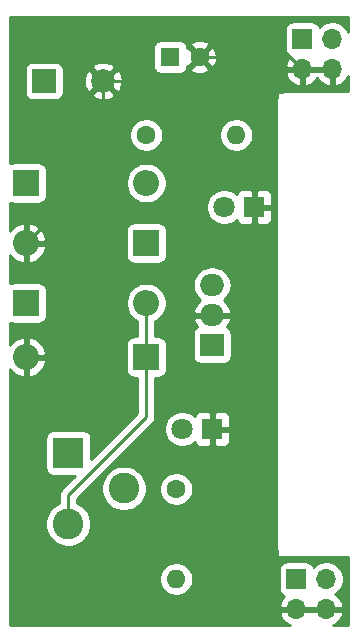
<source format=gbl>
G04 #@! TF.GenerationSoftware,KiCad,Pcbnew,(5.1.5)-3*
G04 #@! TF.CreationDate,2020-04-25T12:46:16+05:30*
G04 #@! TF.ProjectId,bread power supply schematic,62726561-6420-4706-9f77-657220737570,rev?*
G04 #@! TF.SameCoordinates,Original*
G04 #@! TF.FileFunction,Copper,L2,Bot*
G04 #@! TF.FilePolarity,Positive*
%FSLAX46Y46*%
G04 Gerber Fmt 4.6, Leading zero omitted, Abs format (unit mm)*
G04 Created by KiCad (PCBNEW (5.1.5)-3) date 2020-04-25 12:46:16*
%MOMM*%
%LPD*%
G04 APERTURE LIST*
%ADD10R,2.000000X2.000000*%
%ADD11C,2.000000*%
%ADD12R,1.600000X1.600000*%
%ADD13C,1.600000*%
%ADD14R,2.200000X2.200000*%
%ADD15O,2.200000X2.200000*%
%ADD16C,1.800000*%
%ADD17R,1.800000X1.800000*%
%ADD18R,2.600000X2.600000*%
%ADD19C,2.600000*%
%ADD20O,1.700000X1.700000*%
%ADD21R,1.700000X1.700000*%
%ADD22O,1.600000X1.600000*%
%ADD23R,2.000000X1.905000*%
%ADD24O,2.000000X1.905000*%
%ADD25C,0.250000*%
%ADD26C,0.254000*%
G04 APERTURE END LIST*
D10*
X119888000Y-124968000D03*
D11*
X124888000Y-124968000D03*
D12*
X130556000Y-122936000D03*
D13*
X133056000Y-122936000D03*
D14*
X118364000Y-133604000D03*
D15*
X128524000Y-133604000D03*
X118364000Y-138684000D03*
D14*
X128524000Y-138684000D03*
X118364000Y-143764000D03*
D15*
X128524000Y-143764000D03*
X118364000Y-148336000D03*
D14*
X128524000Y-148336000D03*
D16*
X135128000Y-135636000D03*
D17*
X137668000Y-135636000D03*
X134112000Y-154432000D03*
D16*
X131572000Y-154432000D03*
D18*
X121920000Y-156464000D03*
D19*
X121920000Y-162464000D03*
X126620000Y-159464000D03*
D20*
X143764000Y-169672000D03*
X141224000Y-169672000D03*
X143764000Y-167132000D03*
D21*
X141224000Y-167132000D03*
X141732000Y-121412000D03*
D20*
X144272000Y-121412000D03*
X141732000Y-123952000D03*
X144272000Y-123952000D03*
D22*
X136144000Y-129540000D03*
D13*
X128524000Y-129540000D03*
X131064000Y-159512000D03*
D22*
X131064000Y-167132000D03*
D23*
X134112000Y-147320000D03*
D24*
X134112000Y-144780000D03*
X134112000Y-142240000D03*
D25*
X143764000Y-169672000D02*
X141224000Y-169672000D01*
X141732000Y-123952000D02*
X144272000Y-123952000D01*
X124888000Y-124968000D02*
X131024000Y-124968000D01*
X131024000Y-124968000D02*
X133056000Y-122936000D01*
X124888000Y-124968000D02*
X124888000Y-132160000D01*
X124888000Y-132160000D02*
X118364000Y-138684000D01*
X118364000Y-148336000D02*
X120396000Y-148336000D01*
X124888000Y-143844000D02*
X124888000Y-132160000D01*
X120396000Y-148336000D02*
X124888000Y-143844000D01*
X133056000Y-122936000D02*
X140716000Y-122936000D01*
X140716000Y-122936000D02*
X141732000Y-123952000D01*
X141224000Y-169672000D02*
X139192000Y-169672000D01*
X134112000Y-164592000D02*
X134112000Y-154432000D01*
X139192000Y-169672000D02*
X134112000Y-164592000D01*
X134112000Y-144780000D02*
X135636000Y-144780000D01*
X137668000Y-142748000D02*
X137668000Y-133604000D01*
X135636000Y-144780000D02*
X137668000Y-142748000D01*
X137668000Y-133604000D02*
X137668000Y-126492000D01*
X140208000Y-123952000D02*
X141732000Y-123952000D01*
X137668000Y-126492000D02*
X140208000Y-123952000D01*
X121920000Y-162464000D02*
X121920000Y-160020000D01*
X128524000Y-153416000D02*
X128524000Y-148336000D01*
X121920000Y-160020000D02*
X128524000Y-153416000D01*
X128524000Y-148336000D02*
X128524000Y-143764000D01*
D26*
G36*
X145644001Y-120843812D02*
G01*
X145587990Y-120708589D01*
X145425475Y-120465368D01*
X145218632Y-120258525D01*
X144975411Y-120096010D01*
X144705158Y-119984068D01*
X144418260Y-119927000D01*
X144125740Y-119927000D01*
X143838842Y-119984068D01*
X143568589Y-120096010D01*
X143325368Y-120258525D01*
X143193513Y-120390380D01*
X143171502Y-120317820D01*
X143112537Y-120207506D01*
X143033185Y-120110815D01*
X142936494Y-120031463D01*
X142826180Y-119972498D01*
X142706482Y-119936188D01*
X142582000Y-119923928D01*
X140882000Y-119923928D01*
X140757518Y-119936188D01*
X140637820Y-119972498D01*
X140527506Y-120031463D01*
X140430815Y-120110815D01*
X140351463Y-120207506D01*
X140292498Y-120317820D01*
X140256188Y-120437518D01*
X140243928Y-120562000D01*
X140243928Y-122262000D01*
X140256188Y-122386482D01*
X140292498Y-122506180D01*
X140351463Y-122616494D01*
X140430815Y-122713185D01*
X140527506Y-122792537D01*
X140637820Y-122851502D01*
X140718466Y-122875966D01*
X140634412Y-122951731D01*
X140460359Y-123185080D01*
X140335175Y-123447901D01*
X140290524Y-123595110D01*
X140411845Y-123825000D01*
X141605000Y-123825000D01*
X141605000Y-123805000D01*
X141859000Y-123805000D01*
X141859000Y-123825000D01*
X144145000Y-123825000D01*
X144145000Y-123805000D01*
X144399000Y-123805000D01*
X144399000Y-123825000D01*
X144419000Y-123825000D01*
X144419000Y-124079000D01*
X144399000Y-124079000D01*
X144399000Y-125272814D01*
X144628891Y-125393481D01*
X144903252Y-125296157D01*
X145153355Y-125147178D01*
X145369588Y-124952269D01*
X145543641Y-124718920D01*
X145644000Y-124508218D01*
X145644000Y-125832000D01*
X140240419Y-125832000D01*
X140208000Y-125828807D01*
X140175581Y-125832000D01*
X140078617Y-125841550D01*
X140027686Y-125857000D01*
X139700000Y-125857000D01*
X139675224Y-125859440D01*
X139651399Y-125866667D01*
X139629443Y-125878403D01*
X139610197Y-125894197D01*
X139594403Y-125913443D01*
X139582667Y-125935399D01*
X139575440Y-125959224D01*
X139573081Y-125988533D01*
X139583398Y-126277409D01*
X139557550Y-126362617D01*
X139544807Y-126492000D01*
X139548001Y-126524429D01*
X139548000Y-164559581D01*
X139544807Y-164592000D01*
X139557550Y-164721383D01*
X139573000Y-164772314D01*
X139573000Y-165100000D01*
X139575440Y-165124776D01*
X139582667Y-165148601D01*
X139594403Y-165170557D01*
X139610197Y-165189803D01*
X139629443Y-165205597D01*
X139651399Y-165217333D01*
X139675224Y-165224560D01*
X139700000Y-165227000D01*
X140027686Y-165227000D01*
X140078617Y-165242450D01*
X140208000Y-165255193D01*
X140240419Y-165252000D01*
X145644001Y-165252000D01*
X145644000Y-171044000D01*
X144316761Y-171044000D01*
X144395252Y-171016157D01*
X144645355Y-170867178D01*
X144861588Y-170672269D01*
X145035641Y-170438920D01*
X145160825Y-170176099D01*
X145205476Y-170028890D01*
X145084155Y-169799000D01*
X143891000Y-169799000D01*
X143891000Y-169819000D01*
X143637000Y-169819000D01*
X143637000Y-169799000D01*
X141351000Y-169799000D01*
X141351000Y-169819000D01*
X141097000Y-169819000D01*
X141097000Y-169799000D01*
X139903845Y-169799000D01*
X139782524Y-170028890D01*
X139827175Y-170176099D01*
X139952359Y-170438920D01*
X140126412Y-170672269D01*
X140342645Y-170867178D01*
X140592748Y-171016157D01*
X140671239Y-171044000D01*
X116992000Y-171044000D01*
X116992000Y-166990665D01*
X129629000Y-166990665D01*
X129629000Y-167273335D01*
X129684147Y-167550574D01*
X129792320Y-167811727D01*
X129949363Y-168046759D01*
X130149241Y-168246637D01*
X130384273Y-168403680D01*
X130645426Y-168511853D01*
X130922665Y-168567000D01*
X131205335Y-168567000D01*
X131482574Y-168511853D01*
X131743727Y-168403680D01*
X131978759Y-168246637D01*
X132178637Y-168046759D01*
X132335680Y-167811727D01*
X132443853Y-167550574D01*
X132499000Y-167273335D01*
X132499000Y-166990665D01*
X132443853Y-166713426D01*
X132335680Y-166452273D01*
X132221908Y-166282000D01*
X139735928Y-166282000D01*
X139735928Y-167982000D01*
X139748188Y-168106482D01*
X139784498Y-168226180D01*
X139843463Y-168336494D01*
X139922815Y-168433185D01*
X140019506Y-168512537D01*
X140129820Y-168571502D01*
X140210466Y-168595966D01*
X140126412Y-168671731D01*
X139952359Y-168905080D01*
X139827175Y-169167901D01*
X139782524Y-169315110D01*
X139903845Y-169545000D01*
X141097000Y-169545000D01*
X141097000Y-169525000D01*
X141351000Y-169525000D01*
X141351000Y-169545000D01*
X143637000Y-169545000D01*
X143637000Y-169525000D01*
X143891000Y-169525000D01*
X143891000Y-169545000D01*
X145084155Y-169545000D01*
X145205476Y-169315110D01*
X145160825Y-169167901D01*
X145035641Y-168905080D01*
X144861588Y-168671731D01*
X144645355Y-168476822D01*
X144528466Y-168407195D01*
X144710632Y-168285475D01*
X144917475Y-168078632D01*
X145079990Y-167835411D01*
X145191932Y-167565158D01*
X145249000Y-167278260D01*
X145249000Y-166985740D01*
X145191932Y-166698842D01*
X145079990Y-166428589D01*
X144917475Y-166185368D01*
X144710632Y-165978525D01*
X144467411Y-165816010D01*
X144197158Y-165704068D01*
X143910260Y-165647000D01*
X143617740Y-165647000D01*
X143330842Y-165704068D01*
X143060589Y-165816010D01*
X142817368Y-165978525D01*
X142685513Y-166110380D01*
X142663502Y-166037820D01*
X142604537Y-165927506D01*
X142525185Y-165830815D01*
X142428494Y-165751463D01*
X142318180Y-165692498D01*
X142198482Y-165656188D01*
X142074000Y-165643928D01*
X140374000Y-165643928D01*
X140249518Y-165656188D01*
X140129820Y-165692498D01*
X140019506Y-165751463D01*
X139922815Y-165830815D01*
X139843463Y-165927506D01*
X139784498Y-166037820D01*
X139748188Y-166157518D01*
X139735928Y-166282000D01*
X132221908Y-166282000D01*
X132178637Y-166217241D01*
X131978759Y-166017363D01*
X131743727Y-165860320D01*
X131482574Y-165752147D01*
X131205335Y-165697000D01*
X130922665Y-165697000D01*
X130645426Y-165752147D01*
X130384273Y-165860320D01*
X130149241Y-166017363D01*
X129949363Y-166217241D01*
X129792320Y-166452273D01*
X129684147Y-166713426D01*
X129629000Y-166990665D01*
X116992000Y-166990665D01*
X116992000Y-155164000D01*
X119981928Y-155164000D01*
X119981928Y-157764000D01*
X119994188Y-157888482D01*
X120030498Y-158008180D01*
X120089463Y-158118494D01*
X120168815Y-158215185D01*
X120265506Y-158294537D01*
X120375820Y-158353502D01*
X120495518Y-158389812D01*
X120620000Y-158402072D01*
X122463127Y-158402072D01*
X121408998Y-159456201D01*
X121380000Y-159479999D01*
X121356202Y-159508997D01*
X121356201Y-159508998D01*
X121285026Y-159595724D01*
X121214454Y-159727754D01*
X121170998Y-159871015D01*
X121156324Y-160020000D01*
X121160001Y-160057332D01*
X121160001Y-160684373D01*
X121003434Y-160749225D01*
X120686509Y-160960987D01*
X120416987Y-161230509D01*
X120205225Y-161547434D01*
X120059361Y-161899581D01*
X119985000Y-162273419D01*
X119985000Y-162654581D01*
X120059361Y-163028419D01*
X120205225Y-163380566D01*
X120416987Y-163697491D01*
X120686509Y-163967013D01*
X121003434Y-164178775D01*
X121355581Y-164324639D01*
X121729419Y-164399000D01*
X122110581Y-164399000D01*
X122484419Y-164324639D01*
X122836566Y-164178775D01*
X123153491Y-163967013D01*
X123423013Y-163697491D01*
X123634775Y-163380566D01*
X123780639Y-163028419D01*
X123855000Y-162654581D01*
X123855000Y-162273419D01*
X123780639Y-161899581D01*
X123634775Y-161547434D01*
X123423013Y-161230509D01*
X123153491Y-160960987D01*
X122836566Y-160749225D01*
X122680000Y-160684373D01*
X122680000Y-160334801D01*
X123741382Y-159273419D01*
X124685000Y-159273419D01*
X124685000Y-159654581D01*
X124759361Y-160028419D01*
X124905225Y-160380566D01*
X125116987Y-160697491D01*
X125386509Y-160967013D01*
X125703434Y-161178775D01*
X126055581Y-161324639D01*
X126429419Y-161399000D01*
X126810581Y-161399000D01*
X127184419Y-161324639D01*
X127536566Y-161178775D01*
X127853491Y-160967013D01*
X128123013Y-160697491D01*
X128334775Y-160380566D01*
X128480639Y-160028419D01*
X128555000Y-159654581D01*
X128555000Y-159370665D01*
X129629000Y-159370665D01*
X129629000Y-159653335D01*
X129684147Y-159930574D01*
X129792320Y-160191727D01*
X129949363Y-160426759D01*
X130149241Y-160626637D01*
X130384273Y-160783680D01*
X130645426Y-160891853D01*
X130922665Y-160947000D01*
X131205335Y-160947000D01*
X131482574Y-160891853D01*
X131743727Y-160783680D01*
X131978759Y-160626637D01*
X132178637Y-160426759D01*
X132335680Y-160191727D01*
X132443853Y-159930574D01*
X132499000Y-159653335D01*
X132499000Y-159370665D01*
X132443853Y-159093426D01*
X132335680Y-158832273D01*
X132178637Y-158597241D01*
X131978759Y-158397363D01*
X131743727Y-158240320D01*
X131482574Y-158132147D01*
X131205335Y-158077000D01*
X130922665Y-158077000D01*
X130645426Y-158132147D01*
X130384273Y-158240320D01*
X130149241Y-158397363D01*
X129949363Y-158597241D01*
X129792320Y-158832273D01*
X129684147Y-159093426D01*
X129629000Y-159370665D01*
X128555000Y-159370665D01*
X128555000Y-159273419D01*
X128480639Y-158899581D01*
X128334775Y-158547434D01*
X128123013Y-158230509D01*
X127853491Y-157960987D01*
X127536566Y-157749225D01*
X127184419Y-157603361D01*
X126810581Y-157529000D01*
X126429419Y-157529000D01*
X126055581Y-157603361D01*
X125703434Y-157749225D01*
X125386509Y-157960987D01*
X125116987Y-158230509D01*
X124905225Y-158547434D01*
X124759361Y-158899581D01*
X124685000Y-159273419D01*
X123741382Y-159273419D01*
X128733985Y-154280816D01*
X130037000Y-154280816D01*
X130037000Y-154583184D01*
X130095989Y-154879743D01*
X130211701Y-155159095D01*
X130379688Y-155410505D01*
X130593495Y-155624312D01*
X130844905Y-155792299D01*
X131124257Y-155908011D01*
X131420816Y-155967000D01*
X131723184Y-155967000D01*
X132019743Y-155908011D01*
X132299095Y-155792299D01*
X132550505Y-155624312D01*
X132616944Y-155557873D01*
X132622498Y-155576180D01*
X132681463Y-155686494D01*
X132760815Y-155783185D01*
X132857506Y-155862537D01*
X132967820Y-155921502D01*
X133087518Y-155957812D01*
X133212000Y-155970072D01*
X133826250Y-155967000D01*
X133985000Y-155808250D01*
X133985000Y-154559000D01*
X134239000Y-154559000D01*
X134239000Y-155808250D01*
X134397750Y-155967000D01*
X135012000Y-155970072D01*
X135136482Y-155957812D01*
X135256180Y-155921502D01*
X135366494Y-155862537D01*
X135463185Y-155783185D01*
X135542537Y-155686494D01*
X135601502Y-155576180D01*
X135637812Y-155456482D01*
X135650072Y-155332000D01*
X135647000Y-154717750D01*
X135488250Y-154559000D01*
X134239000Y-154559000D01*
X133985000Y-154559000D01*
X133965000Y-154559000D01*
X133965000Y-154305000D01*
X133985000Y-154305000D01*
X133985000Y-153055750D01*
X134239000Y-153055750D01*
X134239000Y-154305000D01*
X135488250Y-154305000D01*
X135647000Y-154146250D01*
X135650072Y-153532000D01*
X135637812Y-153407518D01*
X135601502Y-153287820D01*
X135542537Y-153177506D01*
X135463185Y-153080815D01*
X135366494Y-153001463D01*
X135256180Y-152942498D01*
X135136482Y-152906188D01*
X135012000Y-152893928D01*
X134397750Y-152897000D01*
X134239000Y-153055750D01*
X133985000Y-153055750D01*
X133826250Y-152897000D01*
X133212000Y-152893928D01*
X133087518Y-152906188D01*
X132967820Y-152942498D01*
X132857506Y-153001463D01*
X132760815Y-153080815D01*
X132681463Y-153177506D01*
X132622498Y-153287820D01*
X132616944Y-153306127D01*
X132550505Y-153239688D01*
X132299095Y-153071701D01*
X132019743Y-152955989D01*
X131723184Y-152897000D01*
X131420816Y-152897000D01*
X131124257Y-152955989D01*
X130844905Y-153071701D01*
X130593495Y-153239688D01*
X130379688Y-153453495D01*
X130211701Y-153704905D01*
X130095989Y-153984257D01*
X130037000Y-154280816D01*
X128733985Y-154280816D01*
X129035004Y-153979798D01*
X129064001Y-153956001D01*
X129158974Y-153840276D01*
X129229546Y-153708247D01*
X129273003Y-153564986D01*
X129284000Y-153453333D01*
X129284000Y-153453324D01*
X129287676Y-153416001D01*
X129284000Y-153378678D01*
X129284000Y-150074072D01*
X129624000Y-150074072D01*
X129748482Y-150061812D01*
X129868180Y-150025502D01*
X129978494Y-149966537D01*
X130075185Y-149887185D01*
X130154537Y-149790494D01*
X130213502Y-149680180D01*
X130249812Y-149560482D01*
X130262072Y-149436000D01*
X130262072Y-147236000D01*
X130249812Y-147111518D01*
X130213502Y-146991820D01*
X130154537Y-146881506D01*
X130075185Y-146784815D01*
X129978494Y-146705463D01*
X129868180Y-146646498D01*
X129748482Y-146610188D01*
X129624000Y-146597928D01*
X129284000Y-146597928D01*
X129284000Y-146367500D01*
X132473928Y-146367500D01*
X132473928Y-148272500D01*
X132486188Y-148396982D01*
X132522498Y-148516680D01*
X132581463Y-148626994D01*
X132660815Y-148723685D01*
X132757506Y-148803037D01*
X132867820Y-148862002D01*
X132987518Y-148898312D01*
X133112000Y-148910572D01*
X135112000Y-148910572D01*
X135236482Y-148898312D01*
X135356180Y-148862002D01*
X135466494Y-148803037D01*
X135563185Y-148723685D01*
X135642537Y-148626994D01*
X135701502Y-148516680D01*
X135737812Y-148396982D01*
X135750072Y-148272500D01*
X135750072Y-146367500D01*
X135737812Y-146243018D01*
X135701502Y-146123320D01*
X135642537Y-146013006D01*
X135563185Y-145916315D01*
X135466494Y-145836963D01*
X135374781Y-145787941D01*
X135487969Y-145646923D01*
X135631571Y-145371094D01*
X135702563Y-145152980D01*
X135582594Y-144907000D01*
X134239000Y-144907000D01*
X134239000Y-144927000D01*
X133985000Y-144927000D01*
X133985000Y-144907000D01*
X132641406Y-144907000D01*
X132521437Y-145152980D01*
X132592429Y-145371094D01*
X132736031Y-145646923D01*
X132849219Y-145787941D01*
X132757506Y-145836963D01*
X132660815Y-145916315D01*
X132581463Y-146013006D01*
X132522498Y-146123320D01*
X132486188Y-146243018D01*
X132473928Y-146367500D01*
X129284000Y-146367500D01*
X129284000Y-145327148D01*
X129345831Y-145301537D01*
X129629998Y-145111663D01*
X129871663Y-144869998D01*
X130061537Y-144585831D01*
X130192325Y-144270081D01*
X130259000Y-143934883D01*
X130259000Y-143593117D01*
X130192325Y-143257919D01*
X130061537Y-142942169D01*
X129871663Y-142658002D01*
X129629998Y-142416337D01*
X129366091Y-142240000D01*
X132469319Y-142240000D01*
X132499970Y-142551204D01*
X132590745Y-142850449D01*
X132738155Y-143126235D01*
X132936537Y-143367963D01*
X133115899Y-143515163D01*
X132930685Y-143670563D01*
X132736031Y-143913077D01*
X132592429Y-144188906D01*
X132521437Y-144407020D01*
X132641406Y-144653000D01*
X133985000Y-144653000D01*
X133985000Y-144633000D01*
X134239000Y-144633000D01*
X134239000Y-144653000D01*
X135582594Y-144653000D01*
X135702563Y-144407020D01*
X135631571Y-144188906D01*
X135487969Y-143913077D01*
X135293315Y-143670563D01*
X135108101Y-143515163D01*
X135287463Y-143367963D01*
X135485845Y-143126235D01*
X135633255Y-142850449D01*
X135724030Y-142551204D01*
X135754681Y-142240000D01*
X135724030Y-141928796D01*
X135633255Y-141629551D01*
X135485845Y-141353765D01*
X135287463Y-141112037D01*
X135045735Y-140913655D01*
X134769949Y-140766245D01*
X134470704Y-140675470D01*
X134237486Y-140652500D01*
X133986514Y-140652500D01*
X133753296Y-140675470D01*
X133454051Y-140766245D01*
X133178265Y-140913655D01*
X132936537Y-141112037D01*
X132738155Y-141353765D01*
X132590745Y-141629551D01*
X132499970Y-141928796D01*
X132469319Y-142240000D01*
X129366091Y-142240000D01*
X129345831Y-142226463D01*
X129030081Y-142095675D01*
X128694883Y-142029000D01*
X128353117Y-142029000D01*
X128017919Y-142095675D01*
X127702169Y-142226463D01*
X127418002Y-142416337D01*
X127176337Y-142658002D01*
X126986463Y-142942169D01*
X126855675Y-143257919D01*
X126789000Y-143593117D01*
X126789000Y-143934883D01*
X126855675Y-144270081D01*
X126986463Y-144585831D01*
X127176337Y-144869998D01*
X127418002Y-145111663D01*
X127702169Y-145301537D01*
X127764001Y-145327149D01*
X127764000Y-146597928D01*
X127424000Y-146597928D01*
X127299518Y-146610188D01*
X127179820Y-146646498D01*
X127069506Y-146705463D01*
X126972815Y-146784815D01*
X126893463Y-146881506D01*
X126834498Y-146991820D01*
X126798188Y-147111518D01*
X126785928Y-147236000D01*
X126785928Y-149436000D01*
X126798188Y-149560482D01*
X126834498Y-149680180D01*
X126893463Y-149790494D01*
X126972815Y-149887185D01*
X127069506Y-149966537D01*
X127179820Y-150025502D01*
X127299518Y-150061812D01*
X127424000Y-150074072D01*
X127764001Y-150074072D01*
X127764000Y-153101198D01*
X123858072Y-157007127D01*
X123858072Y-155164000D01*
X123845812Y-155039518D01*
X123809502Y-154919820D01*
X123750537Y-154809506D01*
X123671185Y-154712815D01*
X123574494Y-154633463D01*
X123464180Y-154574498D01*
X123344482Y-154538188D01*
X123220000Y-154525928D01*
X120620000Y-154525928D01*
X120495518Y-154538188D01*
X120375820Y-154574498D01*
X120265506Y-154633463D01*
X120168815Y-154712815D01*
X120089463Y-154809506D01*
X120030498Y-154919820D01*
X119994188Y-155039518D01*
X119981928Y-155164000D01*
X116992000Y-155164000D01*
X116992000Y-149384302D01*
X117096178Y-149520427D01*
X117351609Y-149745008D01*
X117645946Y-149915442D01*
X117967877Y-150025179D01*
X118237000Y-149907600D01*
X118237000Y-148463000D01*
X118491000Y-148463000D01*
X118491000Y-149907600D01*
X118760123Y-150025179D01*
X119082054Y-149915442D01*
X119376391Y-149745008D01*
X119631822Y-149520427D01*
X119838531Y-149250329D01*
X119988575Y-148945094D01*
X120053175Y-148732122D01*
X119935125Y-148463000D01*
X118491000Y-148463000D01*
X118237000Y-148463000D01*
X118217000Y-148463000D01*
X118217000Y-148209000D01*
X118237000Y-148209000D01*
X118237000Y-146764400D01*
X118491000Y-146764400D01*
X118491000Y-148209000D01*
X119935125Y-148209000D01*
X120053175Y-147939878D01*
X119988575Y-147726906D01*
X119838531Y-147421671D01*
X119631822Y-147151573D01*
X119376391Y-146926992D01*
X119082054Y-146756558D01*
X118760123Y-146646821D01*
X118491000Y-146764400D01*
X118237000Y-146764400D01*
X117967877Y-146646821D01*
X117645946Y-146756558D01*
X117351609Y-146926992D01*
X117096178Y-147151573D01*
X116992000Y-147287698D01*
X116992000Y-145438632D01*
X117019820Y-145453502D01*
X117139518Y-145489812D01*
X117264000Y-145502072D01*
X119464000Y-145502072D01*
X119588482Y-145489812D01*
X119708180Y-145453502D01*
X119818494Y-145394537D01*
X119915185Y-145315185D01*
X119994537Y-145218494D01*
X120053502Y-145108180D01*
X120089812Y-144988482D01*
X120102072Y-144864000D01*
X120102072Y-142664000D01*
X120089812Y-142539518D01*
X120053502Y-142419820D01*
X119994537Y-142309506D01*
X119915185Y-142212815D01*
X119818494Y-142133463D01*
X119708180Y-142074498D01*
X119588482Y-142038188D01*
X119464000Y-142025928D01*
X117264000Y-142025928D01*
X117139518Y-142038188D01*
X117019820Y-142074498D01*
X116992000Y-142089368D01*
X116992000Y-139732302D01*
X117096178Y-139868427D01*
X117351609Y-140093008D01*
X117645946Y-140263442D01*
X117967877Y-140373179D01*
X118237000Y-140255600D01*
X118237000Y-138811000D01*
X118491000Y-138811000D01*
X118491000Y-140255600D01*
X118760123Y-140373179D01*
X119082054Y-140263442D01*
X119376391Y-140093008D01*
X119631822Y-139868427D01*
X119838531Y-139598329D01*
X119988575Y-139293094D01*
X120053175Y-139080122D01*
X119935125Y-138811000D01*
X118491000Y-138811000D01*
X118237000Y-138811000D01*
X118217000Y-138811000D01*
X118217000Y-138557000D01*
X118237000Y-138557000D01*
X118237000Y-137112400D01*
X118491000Y-137112400D01*
X118491000Y-138557000D01*
X119935125Y-138557000D01*
X120053175Y-138287878D01*
X119988575Y-138074906D01*
X119838531Y-137769671D01*
X119696435Y-137584000D01*
X126785928Y-137584000D01*
X126785928Y-139784000D01*
X126798188Y-139908482D01*
X126834498Y-140028180D01*
X126893463Y-140138494D01*
X126972815Y-140235185D01*
X127069506Y-140314537D01*
X127179820Y-140373502D01*
X127299518Y-140409812D01*
X127424000Y-140422072D01*
X129624000Y-140422072D01*
X129748482Y-140409812D01*
X129868180Y-140373502D01*
X129978494Y-140314537D01*
X130075185Y-140235185D01*
X130154537Y-140138494D01*
X130213502Y-140028180D01*
X130249812Y-139908482D01*
X130262072Y-139784000D01*
X130262072Y-137584000D01*
X130249812Y-137459518D01*
X130213502Y-137339820D01*
X130154537Y-137229506D01*
X130075185Y-137132815D01*
X129978494Y-137053463D01*
X129868180Y-136994498D01*
X129748482Y-136958188D01*
X129624000Y-136945928D01*
X127424000Y-136945928D01*
X127299518Y-136958188D01*
X127179820Y-136994498D01*
X127069506Y-137053463D01*
X126972815Y-137132815D01*
X126893463Y-137229506D01*
X126834498Y-137339820D01*
X126798188Y-137459518D01*
X126785928Y-137584000D01*
X119696435Y-137584000D01*
X119631822Y-137499573D01*
X119376391Y-137274992D01*
X119082054Y-137104558D01*
X118760123Y-136994821D01*
X118491000Y-137112400D01*
X118237000Y-137112400D01*
X117967877Y-136994821D01*
X117645946Y-137104558D01*
X117351609Y-137274992D01*
X117096178Y-137499573D01*
X116992000Y-137635698D01*
X116992000Y-135484816D01*
X133593000Y-135484816D01*
X133593000Y-135787184D01*
X133651989Y-136083743D01*
X133767701Y-136363095D01*
X133935688Y-136614505D01*
X134149495Y-136828312D01*
X134400905Y-136996299D01*
X134680257Y-137112011D01*
X134976816Y-137171000D01*
X135279184Y-137171000D01*
X135575743Y-137112011D01*
X135855095Y-136996299D01*
X136106505Y-136828312D01*
X136172944Y-136761873D01*
X136178498Y-136780180D01*
X136237463Y-136890494D01*
X136316815Y-136987185D01*
X136413506Y-137066537D01*
X136523820Y-137125502D01*
X136643518Y-137161812D01*
X136768000Y-137174072D01*
X137382250Y-137171000D01*
X137541000Y-137012250D01*
X137541000Y-135763000D01*
X137795000Y-135763000D01*
X137795000Y-137012250D01*
X137953750Y-137171000D01*
X138568000Y-137174072D01*
X138692482Y-137161812D01*
X138812180Y-137125502D01*
X138922494Y-137066537D01*
X139019185Y-136987185D01*
X139098537Y-136890494D01*
X139157502Y-136780180D01*
X139193812Y-136660482D01*
X139206072Y-136536000D01*
X139203000Y-135921750D01*
X139044250Y-135763000D01*
X137795000Y-135763000D01*
X137541000Y-135763000D01*
X137521000Y-135763000D01*
X137521000Y-135509000D01*
X137541000Y-135509000D01*
X137541000Y-134259750D01*
X137795000Y-134259750D01*
X137795000Y-135509000D01*
X139044250Y-135509000D01*
X139203000Y-135350250D01*
X139206072Y-134736000D01*
X139193812Y-134611518D01*
X139157502Y-134491820D01*
X139098537Y-134381506D01*
X139019185Y-134284815D01*
X138922494Y-134205463D01*
X138812180Y-134146498D01*
X138692482Y-134110188D01*
X138568000Y-134097928D01*
X137953750Y-134101000D01*
X137795000Y-134259750D01*
X137541000Y-134259750D01*
X137382250Y-134101000D01*
X136768000Y-134097928D01*
X136643518Y-134110188D01*
X136523820Y-134146498D01*
X136413506Y-134205463D01*
X136316815Y-134284815D01*
X136237463Y-134381506D01*
X136178498Y-134491820D01*
X136172944Y-134510127D01*
X136106505Y-134443688D01*
X135855095Y-134275701D01*
X135575743Y-134159989D01*
X135279184Y-134101000D01*
X134976816Y-134101000D01*
X134680257Y-134159989D01*
X134400905Y-134275701D01*
X134149495Y-134443688D01*
X133935688Y-134657495D01*
X133767701Y-134908905D01*
X133651989Y-135188257D01*
X133593000Y-135484816D01*
X116992000Y-135484816D01*
X116992000Y-135278632D01*
X117019820Y-135293502D01*
X117139518Y-135329812D01*
X117264000Y-135342072D01*
X119464000Y-135342072D01*
X119588482Y-135329812D01*
X119708180Y-135293502D01*
X119818494Y-135234537D01*
X119915185Y-135155185D01*
X119994537Y-135058494D01*
X120053502Y-134948180D01*
X120089812Y-134828482D01*
X120102072Y-134704000D01*
X120102072Y-133433117D01*
X126789000Y-133433117D01*
X126789000Y-133774883D01*
X126855675Y-134110081D01*
X126986463Y-134425831D01*
X127176337Y-134709998D01*
X127418002Y-134951663D01*
X127702169Y-135141537D01*
X128017919Y-135272325D01*
X128353117Y-135339000D01*
X128694883Y-135339000D01*
X129030081Y-135272325D01*
X129345831Y-135141537D01*
X129629998Y-134951663D01*
X129871663Y-134709998D01*
X130061537Y-134425831D01*
X130192325Y-134110081D01*
X130259000Y-133774883D01*
X130259000Y-133433117D01*
X130192325Y-133097919D01*
X130061537Y-132782169D01*
X129871663Y-132498002D01*
X129629998Y-132256337D01*
X129345831Y-132066463D01*
X129030081Y-131935675D01*
X128694883Y-131869000D01*
X128353117Y-131869000D01*
X128017919Y-131935675D01*
X127702169Y-132066463D01*
X127418002Y-132256337D01*
X127176337Y-132498002D01*
X126986463Y-132782169D01*
X126855675Y-133097919D01*
X126789000Y-133433117D01*
X120102072Y-133433117D01*
X120102072Y-132504000D01*
X120089812Y-132379518D01*
X120053502Y-132259820D01*
X119994537Y-132149506D01*
X119915185Y-132052815D01*
X119818494Y-131973463D01*
X119708180Y-131914498D01*
X119588482Y-131878188D01*
X119464000Y-131865928D01*
X117264000Y-131865928D01*
X117139518Y-131878188D01*
X117019820Y-131914498D01*
X116992000Y-131929368D01*
X116992000Y-129398665D01*
X127089000Y-129398665D01*
X127089000Y-129681335D01*
X127144147Y-129958574D01*
X127252320Y-130219727D01*
X127409363Y-130454759D01*
X127609241Y-130654637D01*
X127844273Y-130811680D01*
X128105426Y-130919853D01*
X128382665Y-130975000D01*
X128665335Y-130975000D01*
X128942574Y-130919853D01*
X129203727Y-130811680D01*
X129438759Y-130654637D01*
X129638637Y-130454759D01*
X129795680Y-130219727D01*
X129903853Y-129958574D01*
X129959000Y-129681335D01*
X129959000Y-129398665D01*
X134709000Y-129398665D01*
X134709000Y-129681335D01*
X134764147Y-129958574D01*
X134872320Y-130219727D01*
X135029363Y-130454759D01*
X135229241Y-130654637D01*
X135464273Y-130811680D01*
X135725426Y-130919853D01*
X136002665Y-130975000D01*
X136285335Y-130975000D01*
X136562574Y-130919853D01*
X136823727Y-130811680D01*
X137058759Y-130654637D01*
X137258637Y-130454759D01*
X137415680Y-130219727D01*
X137523853Y-129958574D01*
X137579000Y-129681335D01*
X137579000Y-129398665D01*
X137523853Y-129121426D01*
X137415680Y-128860273D01*
X137258637Y-128625241D01*
X137058759Y-128425363D01*
X136823727Y-128268320D01*
X136562574Y-128160147D01*
X136285335Y-128105000D01*
X136002665Y-128105000D01*
X135725426Y-128160147D01*
X135464273Y-128268320D01*
X135229241Y-128425363D01*
X135029363Y-128625241D01*
X134872320Y-128860273D01*
X134764147Y-129121426D01*
X134709000Y-129398665D01*
X129959000Y-129398665D01*
X129903853Y-129121426D01*
X129795680Y-128860273D01*
X129638637Y-128625241D01*
X129438759Y-128425363D01*
X129203727Y-128268320D01*
X128942574Y-128160147D01*
X128665335Y-128105000D01*
X128382665Y-128105000D01*
X128105426Y-128160147D01*
X127844273Y-128268320D01*
X127609241Y-128425363D01*
X127409363Y-128625241D01*
X127252320Y-128860273D01*
X127144147Y-129121426D01*
X127089000Y-129398665D01*
X116992000Y-129398665D01*
X116992000Y-123968000D01*
X118249928Y-123968000D01*
X118249928Y-125968000D01*
X118262188Y-126092482D01*
X118298498Y-126212180D01*
X118357463Y-126322494D01*
X118436815Y-126419185D01*
X118533506Y-126498537D01*
X118643820Y-126557502D01*
X118763518Y-126593812D01*
X118888000Y-126606072D01*
X120888000Y-126606072D01*
X121012482Y-126593812D01*
X121132180Y-126557502D01*
X121242494Y-126498537D01*
X121339185Y-126419185D01*
X121418537Y-126322494D01*
X121477502Y-126212180D01*
X121510496Y-126103413D01*
X123932192Y-126103413D01*
X124027956Y-126367814D01*
X124317571Y-126508704D01*
X124629108Y-126590384D01*
X124950595Y-126609718D01*
X125269675Y-126565961D01*
X125574088Y-126460795D01*
X125748044Y-126367814D01*
X125843808Y-126103413D01*
X124888000Y-125147605D01*
X123932192Y-126103413D01*
X121510496Y-126103413D01*
X121513812Y-126092482D01*
X121526072Y-125968000D01*
X121526072Y-125030595D01*
X123246282Y-125030595D01*
X123290039Y-125349675D01*
X123395205Y-125654088D01*
X123488186Y-125828044D01*
X123752587Y-125923808D01*
X124708395Y-124968000D01*
X125067605Y-124968000D01*
X126023413Y-125923808D01*
X126287814Y-125828044D01*
X126428704Y-125538429D01*
X126510384Y-125226892D01*
X126529718Y-124905405D01*
X126485961Y-124586325D01*
X126380795Y-124281912D01*
X126287814Y-124107956D01*
X126023413Y-124012192D01*
X125067605Y-124968000D01*
X124708395Y-124968000D01*
X123752587Y-124012192D01*
X123488186Y-124107956D01*
X123347296Y-124397571D01*
X123265616Y-124709108D01*
X123246282Y-125030595D01*
X121526072Y-125030595D01*
X121526072Y-123968000D01*
X121513812Y-123843518D01*
X121510497Y-123832587D01*
X123932192Y-123832587D01*
X124888000Y-124788395D01*
X125843808Y-123832587D01*
X125748044Y-123568186D01*
X125458429Y-123427296D01*
X125146892Y-123345616D01*
X124825405Y-123326282D01*
X124506325Y-123370039D01*
X124201912Y-123475205D01*
X124027956Y-123568186D01*
X123932192Y-123832587D01*
X121510497Y-123832587D01*
X121477502Y-123723820D01*
X121418537Y-123613506D01*
X121339185Y-123516815D01*
X121242494Y-123437463D01*
X121132180Y-123378498D01*
X121012482Y-123342188D01*
X120888000Y-123329928D01*
X118888000Y-123329928D01*
X118763518Y-123342188D01*
X118643820Y-123378498D01*
X118533506Y-123437463D01*
X118436815Y-123516815D01*
X118357463Y-123613506D01*
X118298498Y-123723820D01*
X118262188Y-123843518D01*
X118249928Y-123968000D01*
X116992000Y-123968000D01*
X116992000Y-122136000D01*
X129117928Y-122136000D01*
X129117928Y-123736000D01*
X129130188Y-123860482D01*
X129166498Y-123980180D01*
X129225463Y-124090494D01*
X129304815Y-124187185D01*
X129401506Y-124266537D01*
X129511820Y-124325502D01*
X129631518Y-124361812D01*
X129756000Y-124374072D01*
X131356000Y-124374072D01*
X131480482Y-124361812D01*
X131600180Y-124325502D01*
X131710494Y-124266537D01*
X131807185Y-124187185D01*
X131886537Y-124090494D01*
X131945502Y-123980180D01*
X131961117Y-123928702D01*
X132242903Y-123928702D01*
X132314486Y-124172671D01*
X132569996Y-124293571D01*
X132844184Y-124362300D01*
X133126512Y-124376217D01*
X133406130Y-124334787D01*
X133478545Y-124308890D01*
X140290524Y-124308890D01*
X140335175Y-124456099D01*
X140460359Y-124718920D01*
X140634412Y-124952269D01*
X140850645Y-125147178D01*
X141100748Y-125296157D01*
X141375109Y-125393481D01*
X141605000Y-125272814D01*
X141605000Y-124079000D01*
X141859000Y-124079000D01*
X141859000Y-125272814D01*
X142088891Y-125393481D01*
X142363252Y-125296157D01*
X142613355Y-125147178D01*
X142829588Y-124952269D01*
X143002000Y-124721120D01*
X143174412Y-124952269D01*
X143390645Y-125147178D01*
X143640748Y-125296157D01*
X143915109Y-125393481D01*
X144145000Y-125272814D01*
X144145000Y-124079000D01*
X141859000Y-124079000D01*
X141605000Y-124079000D01*
X140411845Y-124079000D01*
X140290524Y-124308890D01*
X133478545Y-124308890D01*
X133672292Y-124239603D01*
X133797514Y-124172671D01*
X133869097Y-123928702D01*
X133056000Y-123115605D01*
X132242903Y-123928702D01*
X131961117Y-123928702D01*
X131981812Y-123860482D01*
X131994072Y-123736000D01*
X131994072Y-123728785D01*
X132063298Y-123749097D01*
X132876395Y-122936000D01*
X133235605Y-122936000D01*
X134048702Y-123749097D01*
X134292671Y-123677514D01*
X134413571Y-123422004D01*
X134482300Y-123147816D01*
X134496217Y-122865488D01*
X134454787Y-122585870D01*
X134359603Y-122319708D01*
X134292671Y-122194486D01*
X134048702Y-122122903D01*
X133235605Y-122936000D01*
X132876395Y-122936000D01*
X132063298Y-122122903D01*
X131994072Y-122143215D01*
X131994072Y-122136000D01*
X131981812Y-122011518D01*
X131961118Y-121943298D01*
X132242903Y-121943298D01*
X133056000Y-122756395D01*
X133869097Y-121943298D01*
X133797514Y-121699329D01*
X133542004Y-121578429D01*
X133267816Y-121509700D01*
X132985488Y-121495783D01*
X132705870Y-121537213D01*
X132439708Y-121632397D01*
X132314486Y-121699329D01*
X132242903Y-121943298D01*
X131961118Y-121943298D01*
X131945502Y-121891820D01*
X131886537Y-121781506D01*
X131807185Y-121684815D01*
X131710494Y-121605463D01*
X131600180Y-121546498D01*
X131480482Y-121510188D01*
X131356000Y-121497928D01*
X129756000Y-121497928D01*
X129631518Y-121510188D01*
X129511820Y-121546498D01*
X129401506Y-121605463D01*
X129304815Y-121684815D01*
X129225463Y-121781506D01*
X129166498Y-121891820D01*
X129130188Y-122011518D01*
X129117928Y-122136000D01*
X116992000Y-122136000D01*
X116992000Y-119532000D01*
X145644001Y-119532000D01*
X145644001Y-120843812D01*
G37*
X145644001Y-120843812D02*
X145587990Y-120708589D01*
X145425475Y-120465368D01*
X145218632Y-120258525D01*
X144975411Y-120096010D01*
X144705158Y-119984068D01*
X144418260Y-119927000D01*
X144125740Y-119927000D01*
X143838842Y-119984068D01*
X143568589Y-120096010D01*
X143325368Y-120258525D01*
X143193513Y-120390380D01*
X143171502Y-120317820D01*
X143112537Y-120207506D01*
X143033185Y-120110815D01*
X142936494Y-120031463D01*
X142826180Y-119972498D01*
X142706482Y-119936188D01*
X142582000Y-119923928D01*
X140882000Y-119923928D01*
X140757518Y-119936188D01*
X140637820Y-119972498D01*
X140527506Y-120031463D01*
X140430815Y-120110815D01*
X140351463Y-120207506D01*
X140292498Y-120317820D01*
X140256188Y-120437518D01*
X140243928Y-120562000D01*
X140243928Y-122262000D01*
X140256188Y-122386482D01*
X140292498Y-122506180D01*
X140351463Y-122616494D01*
X140430815Y-122713185D01*
X140527506Y-122792537D01*
X140637820Y-122851502D01*
X140718466Y-122875966D01*
X140634412Y-122951731D01*
X140460359Y-123185080D01*
X140335175Y-123447901D01*
X140290524Y-123595110D01*
X140411845Y-123825000D01*
X141605000Y-123825000D01*
X141605000Y-123805000D01*
X141859000Y-123805000D01*
X141859000Y-123825000D01*
X144145000Y-123825000D01*
X144145000Y-123805000D01*
X144399000Y-123805000D01*
X144399000Y-123825000D01*
X144419000Y-123825000D01*
X144419000Y-124079000D01*
X144399000Y-124079000D01*
X144399000Y-125272814D01*
X144628891Y-125393481D01*
X144903252Y-125296157D01*
X145153355Y-125147178D01*
X145369588Y-124952269D01*
X145543641Y-124718920D01*
X145644000Y-124508218D01*
X145644000Y-125832000D01*
X140240419Y-125832000D01*
X140208000Y-125828807D01*
X140175581Y-125832000D01*
X140078617Y-125841550D01*
X140027686Y-125857000D01*
X139700000Y-125857000D01*
X139675224Y-125859440D01*
X139651399Y-125866667D01*
X139629443Y-125878403D01*
X139610197Y-125894197D01*
X139594403Y-125913443D01*
X139582667Y-125935399D01*
X139575440Y-125959224D01*
X139573081Y-125988533D01*
X139583398Y-126277409D01*
X139557550Y-126362617D01*
X139544807Y-126492000D01*
X139548001Y-126524429D01*
X139548000Y-164559581D01*
X139544807Y-164592000D01*
X139557550Y-164721383D01*
X139573000Y-164772314D01*
X139573000Y-165100000D01*
X139575440Y-165124776D01*
X139582667Y-165148601D01*
X139594403Y-165170557D01*
X139610197Y-165189803D01*
X139629443Y-165205597D01*
X139651399Y-165217333D01*
X139675224Y-165224560D01*
X139700000Y-165227000D01*
X140027686Y-165227000D01*
X140078617Y-165242450D01*
X140208000Y-165255193D01*
X140240419Y-165252000D01*
X145644001Y-165252000D01*
X145644000Y-171044000D01*
X144316761Y-171044000D01*
X144395252Y-171016157D01*
X144645355Y-170867178D01*
X144861588Y-170672269D01*
X145035641Y-170438920D01*
X145160825Y-170176099D01*
X145205476Y-170028890D01*
X145084155Y-169799000D01*
X143891000Y-169799000D01*
X143891000Y-169819000D01*
X143637000Y-169819000D01*
X143637000Y-169799000D01*
X141351000Y-169799000D01*
X141351000Y-169819000D01*
X141097000Y-169819000D01*
X141097000Y-169799000D01*
X139903845Y-169799000D01*
X139782524Y-170028890D01*
X139827175Y-170176099D01*
X139952359Y-170438920D01*
X140126412Y-170672269D01*
X140342645Y-170867178D01*
X140592748Y-171016157D01*
X140671239Y-171044000D01*
X116992000Y-171044000D01*
X116992000Y-166990665D01*
X129629000Y-166990665D01*
X129629000Y-167273335D01*
X129684147Y-167550574D01*
X129792320Y-167811727D01*
X129949363Y-168046759D01*
X130149241Y-168246637D01*
X130384273Y-168403680D01*
X130645426Y-168511853D01*
X130922665Y-168567000D01*
X131205335Y-168567000D01*
X131482574Y-168511853D01*
X131743727Y-168403680D01*
X131978759Y-168246637D01*
X132178637Y-168046759D01*
X132335680Y-167811727D01*
X132443853Y-167550574D01*
X132499000Y-167273335D01*
X132499000Y-166990665D01*
X132443853Y-166713426D01*
X132335680Y-166452273D01*
X132221908Y-166282000D01*
X139735928Y-166282000D01*
X139735928Y-167982000D01*
X139748188Y-168106482D01*
X139784498Y-168226180D01*
X139843463Y-168336494D01*
X139922815Y-168433185D01*
X140019506Y-168512537D01*
X140129820Y-168571502D01*
X140210466Y-168595966D01*
X140126412Y-168671731D01*
X139952359Y-168905080D01*
X139827175Y-169167901D01*
X139782524Y-169315110D01*
X139903845Y-169545000D01*
X141097000Y-169545000D01*
X141097000Y-169525000D01*
X141351000Y-169525000D01*
X141351000Y-169545000D01*
X143637000Y-169545000D01*
X143637000Y-169525000D01*
X143891000Y-169525000D01*
X143891000Y-169545000D01*
X145084155Y-169545000D01*
X145205476Y-169315110D01*
X145160825Y-169167901D01*
X145035641Y-168905080D01*
X144861588Y-168671731D01*
X144645355Y-168476822D01*
X144528466Y-168407195D01*
X144710632Y-168285475D01*
X144917475Y-168078632D01*
X145079990Y-167835411D01*
X145191932Y-167565158D01*
X145249000Y-167278260D01*
X145249000Y-166985740D01*
X145191932Y-166698842D01*
X145079990Y-166428589D01*
X144917475Y-166185368D01*
X144710632Y-165978525D01*
X144467411Y-165816010D01*
X144197158Y-165704068D01*
X143910260Y-165647000D01*
X143617740Y-165647000D01*
X143330842Y-165704068D01*
X143060589Y-165816010D01*
X142817368Y-165978525D01*
X142685513Y-166110380D01*
X142663502Y-166037820D01*
X142604537Y-165927506D01*
X142525185Y-165830815D01*
X142428494Y-165751463D01*
X142318180Y-165692498D01*
X142198482Y-165656188D01*
X142074000Y-165643928D01*
X140374000Y-165643928D01*
X140249518Y-165656188D01*
X140129820Y-165692498D01*
X140019506Y-165751463D01*
X139922815Y-165830815D01*
X139843463Y-165927506D01*
X139784498Y-166037820D01*
X139748188Y-166157518D01*
X139735928Y-166282000D01*
X132221908Y-166282000D01*
X132178637Y-166217241D01*
X131978759Y-166017363D01*
X131743727Y-165860320D01*
X131482574Y-165752147D01*
X131205335Y-165697000D01*
X130922665Y-165697000D01*
X130645426Y-165752147D01*
X130384273Y-165860320D01*
X130149241Y-166017363D01*
X129949363Y-166217241D01*
X129792320Y-166452273D01*
X129684147Y-166713426D01*
X129629000Y-166990665D01*
X116992000Y-166990665D01*
X116992000Y-155164000D01*
X119981928Y-155164000D01*
X119981928Y-157764000D01*
X119994188Y-157888482D01*
X120030498Y-158008180D01*
X120089463Y-158118494D01*
X120168815Y-158215185D01*
X120265506Y-158294537D01*
X120375820Y-158353502D01*
X120495518Y-158389812D01*
X120620000Y-158402072D01*
X122463127Y-158402072D01*
X121408998Y-159456201D01*
X121380000Y-159479999D01*
X121356202Y-159508997D01*
X121356201Y-159508998D01*
X121285026Y-159595724D01*
X121214454Y-159727754D01*
X121170998Y-159871015D01*
X121156324Y-160020000D01*
X121160001Y-160057332D01*
X121160001Y-160684373D01*
X121003434Y-160749225D01*
X120686509Y-160960987D01*
X120416987Y-161230509D01*
X120205225Y-161547434D01*
X120059361Y-161899581D01*
X119985000Y-162273419D01*
X119985000Y-162654581D01*
X120059361Y-163028419D01*
X120205225Y-163380566D01*
X120416987Y-163697491D01*
X120686509Y-163967013D01*
X121003434Y-164178775D01*
X121355581Y-164324639D01*
X121729419Y-164399000D01*
X122110581Y-164399000D01*
X122484419Y-164324639D01*
X122836566Y-164178775D01*
X123153491Y-163967013D01*
X123423013Y-163697491D01*
X123634775Y-163380566D01*
X123780639Y-163028419D01*
X123855000Y-162654581D01*
X123855000Y-162273419D01*
X123780639Y-161899581D01*
X123634775Y-161547434D01*
X123423013Y-161230509D01*
X123153491Y-160960987D01*
X122836566Y-160749225D01*
X122680000Y-160684373D01*
X122680000Y-160334801D01*
X123741382Y-159273419D01*
X124685000Y-159273419D01*
X124685000Y-159654581D01*
X124759361Y-160028419D01*
X124905225Y-160380566D01*
X125116987Y-160697491D01*
X125386509Y-160967013D01*
X125703434Y-161178775D01*
X126055581Y-161324639D01*
X126429419Y-161399000D01*
X126810581Y-161399000D01*
X127184419Y-161324639D01*
X127536566Y-161178775D01*
X127853491Y-160967013D01*
X128123013Y-160697491D01*
X128334775Y-160380566D01*
X128480639Y-160028419D01*
X128555000Y-159654581D01*
X128555000Y-159370665D01*
X129629000Y-159370665D01*
X129629000Y-159653335D01*
X129684147Y-159930574D01*
X129792320Y-160191727D01*
X129949363Y-160426759D01*
X130149241Y-160626637D01*
X130384273Y-160783680D01*
X130645426Y-160891853D01*
X130922665Y-160947000D01*
X131205335Y-160947000D01*
X131482574Y-160891853D01*
X131743727Y-160783680D01*
X131978759Y-160626637D01*
X132178637Y-160426759D01*
X132335680Y-160191727D01*
X132443853Y-159930574D01*
X132499000Y-159653335D01*
X132499000Y-159370665D01*
X132443853Y-159093426D01*
X132335680Y-158832273D01*
X132178637Y-158597241D01*
X131978759Y-158397363D01*
X131743727Y-158240320D01*
X131482574Y-158132147D01*
X131205335Y-158077000D01*
X130922665Y-158077000D01*
X130645426Y-158132147D01*
X130384273Y-158240320D01*
X130149241Y-158397363D01*
X129949363Y-158597241D01*
X129792320Y-158832273D01*
X129684147Y-159093426D01*
X129629000Y-159370665D01*
X128555000Y-159370665D01*
X128555000Y-159273419D01*
X128480639Y-158899581D01*
X128334775Y-158547434D01*
X128123013Y-158230509D01*
X127853491Y-157960987D01*
X127536566Y-157749225D01*
X127184419Y-157603361D01*
X126810581Y-157529000D01*
X126429419Y-157529000D01*
X126055581Y-157603361D01*
X125703434Y-157749225D01*
X125386509Y-157960987D01*
X125116987Y-158230509D01*
X124905225Y-158547434D01*
X124759361Y-158899581D01*
X124685000Y-159273419D01*
X123741382Y-159273419D01*
X128733985Y-154280816D01*
X130037000Y-154280816D01*
X130037000Y-154583184D01*
X130095989Y-154879743D01*
X130211701Y-155159095D01*
X130379688Y-155410505D01*
X130593495Y-155624312D01*
X130844905Y-155792299D01*
X131124257Y-155908011D01*
X131420816Y-155967000D01*
X131723184Y-155967000D01*
X132019743Y-155908011D01*
X132299095Y-155792299D01*
X132550505Y-155624312D01*
X132616944Y-155557873D01*
X132622498Y-155576180D01*
X132681463Y-155686494D01*
X132760815Y-155783185D01*
X132857506Y-155862537D01*
X132967820Y-155921502D01*
X133087518Y-155957812D01*
X133212000Y-155970072D01*
X133826250Y-155967000D01*
X133985000Y-155808250D01*
X133985000Y-154559000D01*
X134239000Y-154559000D01*
X134239000Y-155808250D01*
X134397750Y-155967000D01*
X135012000Y-155970072D01*
X135136482Y-155957812D01*
X135256180Y-155921502D01*
X135366494Y-155862537D01*
X135463185Y-155783185D01*
X135542537Y-155686494D01*
X135601502Y-155576180D01*
X135637812Y-155456482D01*
X135650072Y-155332000D01*
X135647000Y-154717750D01*
X135488250Y-154559000D01*
X134239000Y-154559000D01*
X133985000Y-154559000D01*
X133965000Y-154559000D01*
X133965000Y-154305000D01*
X133985000Y-154305000D01*
X133985000Y-153055750D01*
X134239000Y-153055750D01*
X134239000Y-154305000D01*
X135488250Y-154305000D01*
X135647000Y-154146250D01*
X135650072Y-153532000D01*
X135637812Y-153407518D01*
X135601502Y-153287820D01*
X135542537Y-153177506D01*
X135463185Y-153080815D01*
X135366494Y-153001463D01*
X135256180Y-152942498D01*
X135136482Y-152906188D01*
X135012000Y-152893928D01*
X134397750Y-152897000D01*
X134239000Y-153055750D01*
X133985000Y-153055750D01*
X133826250Y-152897000D01*
X133212000Y-152893928D01*
X133087518Y-152906188D01*
X132967820Y-152942498D01*
X132857506Y-153001463D01*
X132760815Y-153080815D01*
X132681463Y-153177506D01*
X132622498Y-153287820D01*
X132616944Y-153306127D01*
X132550505Y-153239688D01*
X132299095Y-153071701D01*
X132019743Y-152955989D01*
X131723184Y-152897000D01*
X131420816Y-152897000D01*
X131124257Y-152955989D01*
X130844905Y-153071701D01*
X130593495Y-153239688D01*
X130379688Y-153453495D01*
X130211701Y-153704905D01*
X130095989Y-153984257D01*
X130037000Y-154280816D01*
X128733985Y-154280816D01*
X129035004Y-153979798D01*
X129064001Y-153956001D01*
X129158974Y-153840276D01*
X129229546Y-153708247D01*
X129273003Y-153564986D01*
X129284000Y-153453333D01*
X129284000Y-153453324D01*
X129287676Y-153416001D01*
X129284000Y-153378678D01*
X129284000Y-150074072D01*
X129624000Y-150074072D01*
X129748482Y-150061812D01*
X129868180Y-150025502D01*
X129978494Y-149966537D01*
X130075185Y-149887185D01*
X130154537Y-149790494D01*
X130213502Y-149680180D01*
X130249812Y-149560482D01*
X130262072Y-149436000D01*
X130262072Y-147236000D01*
X130249812Y-147111518D01*
X130213502Y-146991820D01*
X130154537Y-146881506D01*
X130075185Y-146784815D01*
X129978494Y-146705463D01*
X129868180Y-146646498D01*
X129748482Y-146610188D01*
X129624000Y-146597928D01*
X129284000Y-146597928D01*
X129284000Y-146367500D01*
X132473928Y-146367500D01*
X132473928Y-148272500D01*
X132486188Y-148396982D01*
X132522498Y-148516680D01*
X132581463Y-148626994D01*
X132660815Y-148723685D01*
X132757506Y-148803037D01*
X132867820Y-148862002D01*
X132987518Y-148898312D01*
X133112000Y-148910572D01*
X135112000Y-148910572D01*
X135236482Y-148898312D01*
X135356180Y-148862002D01*
X135466494Y-148803037D01*
X135563185Y-148723685D01*
X135642537Y-148626994D01*
X135701502Y-148516680D01*
X135737812Y-148396982D01*
X135750072Y-148272500D01*
X135750072Y-146367500D01*
X135737812Y-146243018D01*
X135701502Y-146123320D01*
X135642537Y-146013006D01*
X135563185Y-145916315D01*
X135466494Y-145836963D01*
X135374781Y-145787941D01*
X135487969Y-145646923D01*
X135631571Y-145371094D01*
X135702563Y-145152980D01*
X135582594Y-144907000D01*
X134239000Y-144907000D01*
X134239000Y-144927000D01*
X133985000Y-144927000D01*
X133985000Y-144907000D01*
X132641406Y-144907000D01*
X132521437Y-145152980D01*
X132592429Y-145371094D01*
X132736031Y-145646923D01*
X132849219Y-145787941D01*
X132757506Y-145836963D01*
X132660815Y-145916315D01*
X132581463Y-146013006D01*
X132522498Y-146123320D01*
X132486188Y-146243018D01*
X132473928Y-146367500D01*
X129284000Y-146367500D01*
X129284000Y-145327148D01*
X129345831Y-145301537D01*
X129629998Y-145111663D01*
X129871663Y-144869998D01*
X130061537Y-144585831D01*
X130192325Y-144270081D01*
X130259000Y-143934883D01*
X130259000Y-143593117D01*
X130192325Y-143257919D01*
X130061537Y-142942169D01*
X129871663Y-142658002D01*
X129629998Y-142416337D01*
X129366091Y-142240000D01*
X132469319Y-142240000D01*
X132499970Y-142551204D01*
X132590745Y-142850449D01*
X132738155Y-143126235D01*
X132936537Y-143367963D01*
X133115899Y-143515163D01*
X132930685Y-143670563D01*
X132736031Y-143913077D01*
X132592429Y-144188906D01*
X132521437Y-144407020D01*
X132641406Y-144653000D01*
X133985000Y-144653000D01*
X133985000Y-144633000D01*
X134239000Y-144633000D01*
X134239000Y-144653000D01*
X135582594Y-144653000D01*
X135702563Y-144407020D01*
X135631571Y-144188906D01*
X135487969Y-143913077D01*
X135293315Y-143670563D01*
X135108101Y-143515163D01*
X135287463Y-143367963D01*
X135485845Y-143126235D01*
X135633255Y-142850449D01*
X135724030Y-142551204D01*
X135754681Y-142240000D01*
X135724030Y-141928796D01*
X135633255Y-141629551D01*
X135485845Y-141353765D01*
X135287463Y-141112037D01*
X135045735Y-140913655D01*
X134769949Y-140766245D01*
X134470704Y-140675470D01*
X134237486Y-140652500D01*
X133986514Y-140652500D01*
X133753296Y-140675470D01*
X133454051Y-140766245D01*
X133178265Y-140913655D01*
X132936537Y-141112037D01*
X132738155Y-141353765D01*
X132590745Y-141629551D01*
X132499970Y-141928796D01*
X132469319Y-142240000D01*
X129366091Y-142240000D01*
X129345831Y-142226463D01*
X129030081Y-142095675D01*
X128694883Y-142029000D01*
X128353117Y-142029000D01*
X128017919Y-142095675D01*
X127702169Y-142226463D01*
X127418002Y-142416337D01*
X127176337Y-142658002D01*
X126986463Y-142942169D01*
X126855675Y-143257919D01*
X126789000Y-143593117D01*
X126789000Y-143934883D01*
X126855675Y-144270081D01*
X126986463Y-144585831D01*
X127176337Y-144869998D01*
X127418002Y-145111663D01*
X127702169Y-145301537D01*
X127764001Y-145327149D01*
X127764000Y-146597928D01*
X127424000Y-146597928D01*
X127299518Y-146610188D01*
X127179820Y-146646498D01*
X127069506Y-146705463D01*
X126972815Y-146784815D01*
X126893463Y-146881506D01*
X126834498Y-146991820D01*
X126798188Y-147111518D01*
X126785928Y-147236000D01*
X126785928Y-149436000D01*
X126798188Y-149560482D01*
X126834498Y-149680180D01*
X126893463Y-149790494D01*
X126972815Y-149887185D01*
X127069506Y-149966537D01*
X127179820Y-150025502D01*
X127299518Y-150061812D01*
X127424000Y-150074072D01*
X127764001Y-150074072D01*
X127764000Y-153101198D01*
X123858072Y-157007127D01*
X123858072Y-155164000D01*
X123845812Y-155039518D01*
X123809502Y-154919820D01*
X123750537Y-154809506D01*
X123671185Y-154712815D01*
X123574494Y-154633463D01*
X123464180Y-154574498D01*
X123344482Y-154538188D01*
X123220000Y-154525928D01*
X120620000Y-154525928D01*
X120495518Y-154538188D01*
X120375820Y-154574498D01*
X120265506Y-154633463D01*
X120168815Y-154712815D01*
X120089463Y-154809506D01*
X120030498Y-154919820D01*
X119994188Y-155039518D01*
X119981928Y-155164000D01*
X116992000Y-155164000D01*
X116992000Y-149384302D01*
X117096178Y-149520427D01*
X117351609Y-149745008D01*
X117645946Y-149915442D01*
X117967877Y-150025179D01*
X118237000Y-149907600D01*
X118237000Y-148463000D01*
X118491000Y-148463000D01*
X118491000Y-149907600D01*
X118760123Y-150025179D01*
X119082054Y-149915442D01*
X119376391Y-149745008D01*
X119631822Y-149520427D01*
X119838531Y-149250329D01*
X119988575Y-148945094D01*
X120053175Y-148732122D01*
X119935125Y-148463000D01*
X118491000Y-148463000D01*
X118237000Y-148463000D01*
X118217000Y-148463000D01*
X118217000Y-148209000D01*
X118237000Y-148209000D01*
X118237000Y-146764400D01*
X118491000Y-146764400D01*
X118491000Y-148209000D01*
X119935125Y-148209000D01*
X120053175Y-147939878D01*
X119988575Y-147726906D01*
X119838531Y-147421671D01*
X119631822Y-147151573D01*
X119376391Y-146926992D01*
X119082054Y-146756558D01*
X118760123Y-146646821D01*
X118491000Y-146764400D01*
X118237000Y-146764400D01*
X117967877Y-146646821D01*
X117645946Y-146756558D01*
X117351609Y-146926992D01*
X117096178Y-147151573D01*
X116992000Y-147287698D01*
X116992000Y-145438632D01*
X117019820Y-145453502D01*
X117139518Y-145489812D01*
X117264000Y-145502072D01*
X119464000Y-145502072D01*
X119588482Y-145489812D01*
X119708180Y-145453502D01*
X119818494Y-145394537D01*
X119915185Y-145315185D01*
X119994537Y-145218494D01*
X120053502Y-145108180D01*
X120089812Y-144988482D01*
X120102072Y-144864000D01*
X120102072Y-142664000D01*
X120089812Y-142539518D01*
X120053502Y-142419820D01*
X119994537Y-142309506D01*
X119915185Y-142212815D01*
X119818494Y-142133463D01*
X119708180Y-142074498D01*
X119588482Y-142038188D01*
X119464000Y-142025928D01*
X117264000Y-142025928D01*
X117139518Y-142038188D01*
X117019820Y-142074498D01*
X116992000Y-142089368D01*
X116992000Y-139732302D01*
X117096178Y-139868427D01*
X117351609Y-140093008D01*
X117645946Y-140263442D01*
X117967877Y-140373179D01*
X118237000Y-140255600D01*
X118237000Y-138811000D01*
X118491000Y-138811000D01*
X118491000Y-140255600D01*
X118760123Y-140373179D01*
X119082054Y-140263442D01*
X119376391Y-140093008D01*
X119631822Y-139868427D01*
X119838531Y-139598329D01*
X119988575Y-139293094D01*
X120053175Y-139080122D01*
X119935125Y-138811000D01*
X118491000Y-138811000D01*
X118237000Y-138811000D01*
X118217000Y-138811000D01*
X118217000Y-138557000D01*
X118237000Y-138557000D01*
X118237000Y-137112400D01*
X118491000Y-137112400D01*
X118491000Y-138557000D01*
X119935125Y-138557000D01*
X120053175Y-138287878D01*
X119988575Y-138074906D01*
X119838531Y-137769671D01*
X119696435Y-137584000D01*
X126785928Y-137584000D01*
X126785928Y-139784000D01*
X126798188Y-139908482D01*
X126834498Y-140028180D01*
X126893463Y-140138494D01*
X126972815Y-140235185D01*
X127069506Y-140314537D01*
X127179820Y-140373502D01*
X127299518Y-140409812D01*
X127424000Y-140422072D01*
X129624000Y-140422072D01*
X129748482Y-140409812D01*
X129868180Y-140373502D01*
X129978494Y-140314537D01*
X130075185Y-140235185D01*
X130154537Y-140138494D01*
X130213502Y-140028180D01*
X130249812Y-139908482D01*
X130262072Y-139784000D01*
X130262072Y-137584000D01*
X130249812Y-137459518D01*
X130213502Y-137339820D01*
X130154537Y-137229506D01*
X130075185Y-137132815D01*
X129978494Y-137053463D01*
X129868180Y-136994498D01*
X129748482Y-136958188D01*
X129624000Y-136945928D01*
X127424000Y-136945928D01*
X127299518Y-136958188D01*
X127179820Y-136994498D01*
X127069506Y-137053463D01*
X126972815Y-137132815D01*
X126893463Y-137229506D01*
X126834498Y-137339820D01*
X126798188Y-137459518D01*
X126785928Y-137584000D01*
X119696435Y-137584000D01*
X119631822Y-137499573D01*
X119376391Y-137274992D01*
X119082054Y-137104558D01*
X118760123Y-136994821D01*
X118491000Y-137112400D01*
X118237000Y-137112400D01*
X117967877Y-136994821D01*
X117645946Y-137104558D01*
X117351609Y-137274992D01*
X117096178Y-137499573D01*
X116992000Y-137635698D01*
X116992000Y-135484816D01*
X133593000Y-135484816D01*
X133593000Y-135787184D01*
X133651989Y-136083743D01*
X133767701Y-136363095D01*
X133935688Y-136614505D01*
X134149495Y-136828312D01*
X134400905Y-136996299D01*
X134680257Y-137112011D01*
X134976816Y-137171000D01*
X135279184Y-137171000D01*
X135575743Y-137112011D01*
X135855095Y-136996299D01*
X136106505Y-136828312D01*
X136172944Y-136761873D01*
X136178498Y-136780180D01*
X136237463Y-136890494D01*
X136316815Y-136987185D01*
X136413506Y-137066537D01*
X136523820Y-137125502D01*
X136643518Y-137161812D01*
X136768000Y-137174072D01*
X137382250Y-137171000D01*
X137541000Y-137012250D01*
X137541000Y-135763000D01*
X137795000Y-135763000D01*
X137795000Y-137012250D01*
X137953750Y-137171000D01*
X138568000Y-137174072D01*
X138692482Y-137161812D01*
X138812180Y-137125502D01*
X138922494Y-137066537D01*
X139019185Y-136987185D01*
X139098537Y-136890494D01*
X139157502Y-136780180D01*
X139193812Y-136660482D01*
X139206072Y-136536000D01*
X139203000Y-135921750D01*
X139044250Y-135763000D01*
X137795000Y-135763000D01*
X137541000Y-135763000D01*
X137521000Y-135763000D01*
X137521000Y-135509000D01*
X137541000Y-135509000D01*
X137541000Y-134259750D01*
X137795000Y-134259750D01*
X137795000Y-135509000D01*
X139044250Y-135509000D01*
X139203000Y-135350250D01*
X139206072Y-134736000D01*
X139193812Y-134611518D01*
X139157502Y-134491820D01*
X139098537Y-134381506D01*
X139019185Y-134284815D01*
X138922494Y-134205463D01*
X138812180Y-134146498D01*
X138692482Y-134110188D01*
X138568000Y-134097928D01*
X137953750Y-134101000D01*
X137795000Y-134259750D01*
X137541000Y-134259750D01*
X137382250Y-134101000D01*
X136768000Y-134097928D01*
X136643518Y-134110188D01*
X136523820Y-134146498D01*
X136413506Y-134205463D01*
X136316815Y-134284815D01*
X136237463Y-134381506D01*
X136178498Y-134491820D01*
X136172944Y-134510127D01*
X136106505Y-134443688D01*
X135855095Y-134275701D01*
X135575743Y-134159989D01*
X135279184Y-134101000D01*
X134976816Y-134101000D01*
X134680257Y-134159989D01*
X134400905Y-134275701D01*
X134149495Y-134443688D01*
X133935688Y-134657495D01*
X133767701Y-134908905D01*
X133651989Y-135188257D01*
X133593000Y-135484816D01*
X116992000Y-135484816D01*
X116992000Y-135278632D01*
X117019820Y-135293502D01*
X117139518Y-135329812D01*
X117264000Y-135342072D01*
X119464000Y-135342072D01*
X119588482Y-135329812D01*
X119708180Y-135293502D01*
X119818494Y-135234537D01*
X119915185Y-135155185D01*
X119994537Y-135058494D01*
X120053502Y-134948180D01*
X120089812Y-134828482D01*
X120102072Y-134704000D01*
X120102072Y-133433117D01*
X126789000Y-133433117D01*
X126789000Y-133774883D01*
X126855675Y-134110081D01*
X126986463Y-134425831D01*
X127176337Y-134709998D01*
X127418002Y-134951663D01*
X127702169Y-135141537D01*
X128017919Y-135272325D01*
X128353117Y-135339000D01*
X128694883Y-135339000D01*
X129030081Y-135272325D01*
X129345831Y-135141537D01*
X129629998Y-134951663D01*
X129871663Y-134709998D01*
X130061537Y-134425831D01*
X130192325Y-134110081D01*
X130259000Y-133774883D01*
X130259000Y-133433117D01*
X130192325Y-133097919D01*
X130061537Y-132782169D01*
X129871663Y-132498002D01*
X129629998Y-132256337D01*
X129345831Y-132066463D01*
X129030081Y-131935675D01*
X128694883Y-131869000D01*
X128353117Y-131869000D01*
X128017919Y-131935675D01*
X127702169Y-132066463D01*
X127418002Y-132256337D01*
X127176337Y-132498002D01*
X126986463Y-132782169D01*
X126855675Y-133097919D01*
X126789000Y-133433117D01*
X120102072Y-133433117D01*
X120102072Y-132504000D01*
X120089812Y-132379518D01*
X120053502Y-132259820D01*
X119994537Y-132149506D01*
X119915185Y-132052815D01*
X119818494Y-131973463D01*
X119708180Y-131914498D01*
X119588482Y-131878188D01*
X119464000Y-131865928D01*
X117264000Y-131865928D01*
X117139518Y-131878188D01*
X117019820Y-131914498D01*
X116992000Y-131929368D01*
X116992000Y-129398665D01*
X127089000Y-129398665D01*
X127089000Y-129681335D01*
X127144147Y-129958574D01*
X127252320Y-130219727D01*
X127409363Y-130454759D01*
X127609241Y-130654637D01*
X127844273Y-130811680D01*
X128105426Y-130919853D01*
X128382665Y-130975000D01*
X128665335Y-130975000D01*
X128942574Y-130919853D01*
X129203727Y-130811680D01*
X129438759Y-130654637D01*
X129638637Y-130454759D01*
X129795680Y-130219727D01*
X129903853Y-129958574D01*
X129959000Y-129681335D01*
X129959000Y-129398665D01*
X134709000Y-129398665D01*
X134709000Y-129681335D01*
X134764147Y-129958574D01*
X134872320Y-130219727D01*
X135029363Y-130454759D01*
X135229241Y-130654637D01*
X135464273Y-130811680D01*
X135725426Y-130919853D01*
X136002665Y-130975000D01*
X136285335Y-130975000D01*
X136562574Y-130919853D01*
X136823727Y-130811680D01*
X137058759Y-130654637D01*
X137258637Y-130454759D01*
X137415680Y-130219727D01*
X137523853Y-129958574D01*
X137579000Y-129681335D01*
X137579000Y-129398665D01*
X137523853Y-129121426D01*
X137415680Y-128860273D01*
X137258637Y-128625241D01*
X137058759Y-128425363D01*
X136823727Y-128268320D01*
X136562574Y-128160147D01*
X136285335Y-128105000D01*
X136002665Y-128105000D01*
X135725426Y-128160147D01*
X135464273Y-128268320D01*
X135229241Y-128425363D01*
X135029363Y-128625241D01*
X134872320Y-128860273D01*
X134764147Y-129121426D01*
X134709000Y-129398665D01*
X129959000Y-129398665D01*
X129903853Y-129121426D01*
X129795680Y-128860273D01*
X129638637Y-128625241D01*
X129438759Y-128425363D01*
X129203727Y-128268320D01*
X128942574Y-128160147D01*
X128665335Y-128105000D01*
X128382665Y-128105000D01*
X128105426Y-128160147D01*
X127844273Y-128268320D01*
X127609241Y-128425363D01*
X127409363Y-128625241D01*
X127252320Y-128860273D01*
X127144147Y-129121426D01*
X127089000Y-129398665D01*
X116992000Y-129398665D01*
X116992000Y-123968000D01*
X118249928Y-123968000D01*
X118249928Y-125968000D01*
X118262188Y-126092482D01*
X118298498Y-126212180D01*
X118357463Y-126322494D01*
X118436815Y-126419185D01*
X118533506Y-126498537D01*
X118643820Y-126557502D01*
X118763518Y-126593812D01*
X118888000Y-126606072D01*
X120888000Y-126606072D01*
X121012482Y-126593812D01*
X121132180Y-126557502D01*
X121242494Y-126498537D01*
X121339185Y-126419185D01*
X121418537Y-126322494D01*
X121477502Y-126212180D01*
X121510496Y-126103413D01*
X123932192Y-126103413D01*
X124027956Y-126367814D01*
X124317571Y-126508704D01*
X124629108Y-126590384D01*
X124950595Y-126609718D01*
X125269675Y-126565961D01*
X125574088Y-126460795D01*
X125748044Y-126367814D01*
X125843808Y-126103413D01*
X124888000Y-125147605D01*
X123932192Y-126103413D01*
X121510496Y-126103413D01*
X121513812Y-126092482D01*
X121526072Y-125968000D01*
X121526072Y-125030595D01*
X123246282Y-125030595D01*
X123290039Y-125349675D01*
X123395205Y-125654088D01*
X123488186Y-125828044D01*
X123752587Y-125923808D01*
X124708395Y-124968000D01*
X125067605Y-124968000D01*
X126023413Y-125923808D01*
X126287814Y-125828044D01*
X126428704Y-125538429D01*
X126510384Y-125226892D01*
X126529718Y-124905405D01*
X126485961Y-124586325D01*
X126380795Y-124281912D01*
X126287814Y-124107956D01*
X126023413Y-124012192D01*
X125067605Y-124968000D01*
X124708395Y-124968000D01*
X123752587Y-124012192D01*
X123488186Y-124107956D01*
X123347296Y-124397571D01*
X123265616Y-124709108D01*
X123246282Y-125030595D01*
X121526072Y-125030595D01*
X121526072Y-123968000D01*
X121513812Y-123843518D01*
X121510497Y-123832587D01*
X123932192Y-123832587D01*
X124888000Y-124788395D01*
X125843808Y-123832587D01*
X125748044Y-123568186D01*
X125458429Y-123427296D01*
X125146892Y-123345616D01*
X124825405Y-123326282D01*
X124506325Y-123370039D01*
X124201912Y-123475205D01*
X124027956Y-123568186D01*
X123932192Y-123832587D01*
X121510497Y-123832587D01*
X121477502Y-123723820D01*
X121418537Y-123613506D01*
X121339185Y-123516815D01*
X121242494Y-123437463D01*
X121132180Y-123378498D01*
X121012482Y-123342188D01*
X120888000Y-123329928D01*
X118888000Y-123329928D01*
X118763518Y-123342188D01*
X118643820Y-123378498D01*
X118533506Y-123437463D01*
X118436815Y-123516815D01*
X118357463Y-123613506D01*
X118298498Y-123723820D01*
X118262188Y-123843518D01*
X118249928Y-123968000D01*
X116992000Y-123968000D01*
X116992000Y-122136000D01*
X129117928Y-122136000D01*
X129117928Y-123736000D01*
X129130188Y-123860482D01*
X129166498Y-123980180D01*
X129225463Y-124090494D01*
X129304815Y-124187185D01*
X129401506Y-124266537D01*
X129511820Y-124325502D01*
X129631518Y-124361812D01*
X129756000Y-124374072D01*
X131356000Y-124374072D01*
X131480482Y-124361812D01*
X131600180Y-124325502D01*
X131710494Y-124266537D01*
X131807185Y-124187185D01*
X131886537Y-124090494D01*
X131945502Y-123980180D01*
X131961117Y-123928702D01*
X132242903Y-123928702D01*
X132314486Y-124172671D01*
X132569996Y-124293571D01*
X132844184Y-124362300D01*
X133126512Y-124376217D01*
X133406130Y-124334787D01*
X133478545Y-124308890D01*
X140290524Y-124308890D01*
X140335175Y-124456099D01*
X140460359Y-124718920D01*
X140634412Y-124952269D01*
X140850645Y-125147178D01*
X141100748Y-125296157D01*
X141375109Y-125393481D01*
X141605000Y-125272814D01*
X141605000Y-124079000D01*
X141859000Y-124079000D01*
X141859000Y-125272814D01*
X142088891Y-125393481D01*
X142363252Y-125296157D01*
X142613355Y-125147178D01*
X142829588Y-124952269D01*
X143002000Y-124721120D01*
X143174412Y-124952269D01*
X143390645Y-125147178D01*
X143640748Y-125296157D01*
X143915109Y-125393481D01*
X144145000Y-125272814D01*
X144145000Y-124079000D01*
X141859000Y-124079000D01*
X141605000Y-124079000D01*
X140411845Y-124079000D01*
X140290524Y-124308890D01*
X133478545Y-124308890D01*
X133672292Y-124239603D01*
X133797514Y-124172671D01*
X133869097Y-123928702D01*
X133056000Y-123115605D01*
X132242903Y-123928702D01*
X131961117Y-123928702D01*
X131981812Y-123860482D01*
X131994072Y-123736000D01*
X131994072Y-123728785D01*
X132063298Y-123749097D01*
X132876395Y-122936000D01*
X133235605Y-122936000D01*
X134048702Y-123749097D01*
X134292671Y-123677514D01*
X134413571Y-123422004D01*
X134482300Y-123147816D01*
X134496217Y-122865488D01*
X134454787Y-122585870D01*
X134359603Y-122319708D01*
X134292671Y-122194486D01*
X134048702Y-122122903D01*
X133235605Y-122936000D01*
X132876395Y-122936000D01*
X132063298Y-122122903D01*
X131994072Y-122143215D01*
X131994072Y-122136000D01*
X131981812Y-122011518D01*
X131961118Y-121943298D01*
X132242903Y-121943298D01*
X133056000Y-122756395D01*
X133869097Y-121943298D01*
X133797514Y-121699329D01*
X133542004Y-121578429D01*
X133267816Y-121509700D01*
X132985488Y-121495783D01*
X132705870Y-121537213D01*
X132439708Y-121632397D01*
X132314486Y-121699329D01*
X132242903Y-121943298D01*
X131961118Y-121943298D01*
X131945502Y-121891820D01*
X131886537Y-121781506D01*
X131807185Y-121684815D01*
X131710494Y-121605463D01*
X131600180Y-121546498D01*
X131480482Y-121510188D01*
X131356000Y-121497928D01*
X129756000Y-121497928D01*
X129631518Y-121510188D01*
X129511820Y-121546498D01*
X129401506Y-121605463D01*
X129304815Y-121684815D01*
X129225463Y-121781506D01*
X129166498Y-121891820D01*
X129130188Y-122011518D01*
X129117928Y-122136000D01*
X116992000Y-122136000D01*
X116992000Y-119532000D01*
X145644001Y-119532000D01*
X145644001Y-120843812D01*
M02*

</source>
